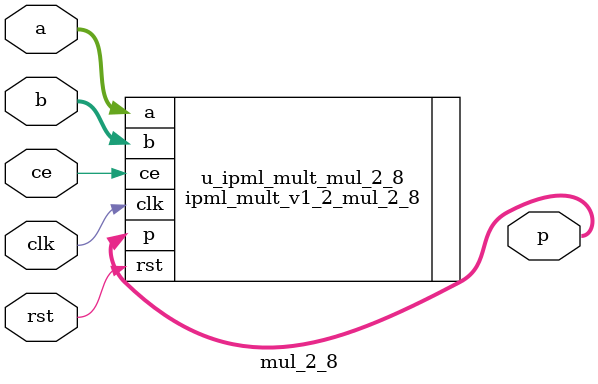
<source format=v>


module mul_2_8
(
     ce  ,
     rst ,
     clk ,
     a   ,
     b   ,
     p
);



localparam ASIZE = 15 ; //@IPC int 2,72

localparam BSIZE = 11 ; //@IPC int 2,72

localparam A_SIGNED = 0 ; //@IPC enum 0,1

localparam B_SIGNED = 0 ; //@IPC enum 0,1

localparam ASYNC_RST = 1 ; //@IPC enum 0,1

localparam OPTIMAL_TIMING = 0 ; //@IPC enum 0,1

localparam INREG_EN = 0 ; //@IPC enum 0,1

localparam PIPEREG_EN_1 = 1 ; //@IPC enum 0,1

localparam PIPEREG_EN_2 = 0 ; //@IPC enum 0,1

localparam PIPEREG_EN_3 = 0 ; //@IPC enum 0,1

localparam OUTREG_EN = 0 ; //@IPC enum 0,1

//tmp variable for ipc purpose

localparam PIPE_STATUS = 1 ; //@IPC enum 0,1,2,3,4,5

localparam ASYNC_RST_BOOL = 1 ; //@IPC bool

localparam OPTIMAL_TIMING_BOOL = 0 ; //@IPC bool

//end of tmp variable
localparam  GRS_EN       = "FALSE"         ;

localparam  PSIZE = ASIZE + BSIZE          ;

input                 ce  ;
input                 rst ;
input                 clk ;
input  [ASIZE-1:0]    a   ;
input  [BSIZE-1:0]    b   ;
output [PSIZE-1:0]    p   ;

ipml_mult_v1_2_mul_2_8
    #(
    .ASIZE           ( ASIZE            ),
    .BSIZE           ( BSIZE            ),
    .OPTIMAL_TIMING  ( OPTIMAL_TIMING   ),
    .INREG_EN        ( INREG_EN         ),
    .PIPEREG_EN_1    ( PIPEREG_EN_1     ),
    .PIPEREG_EN_2    ( PIPEREG_EN_2     ),
    .PIPEREG_EN_3    ( PIPEREG_EN_3     ),
    .OUTREG_EN       ( OUTREG_EN        ),
    .GRS_EN          ( GRS_EN           ),
    .A_SIGNED        ( A_SIGNED         ),
    .B_SIGNED        ( B_SIGNED         ),
    .ASYNC_RST       ( ASYNC_RST        )
    )u_ipml_mult_mul_2_8
    (
    .ce              ( ce     ),
    .rst             ( rst    ),
    .clk             ( clk    ),
    .a               ( a      ),
    .b               ( b      ),
    .p               ( p      )
    );

endmodule


</source>
